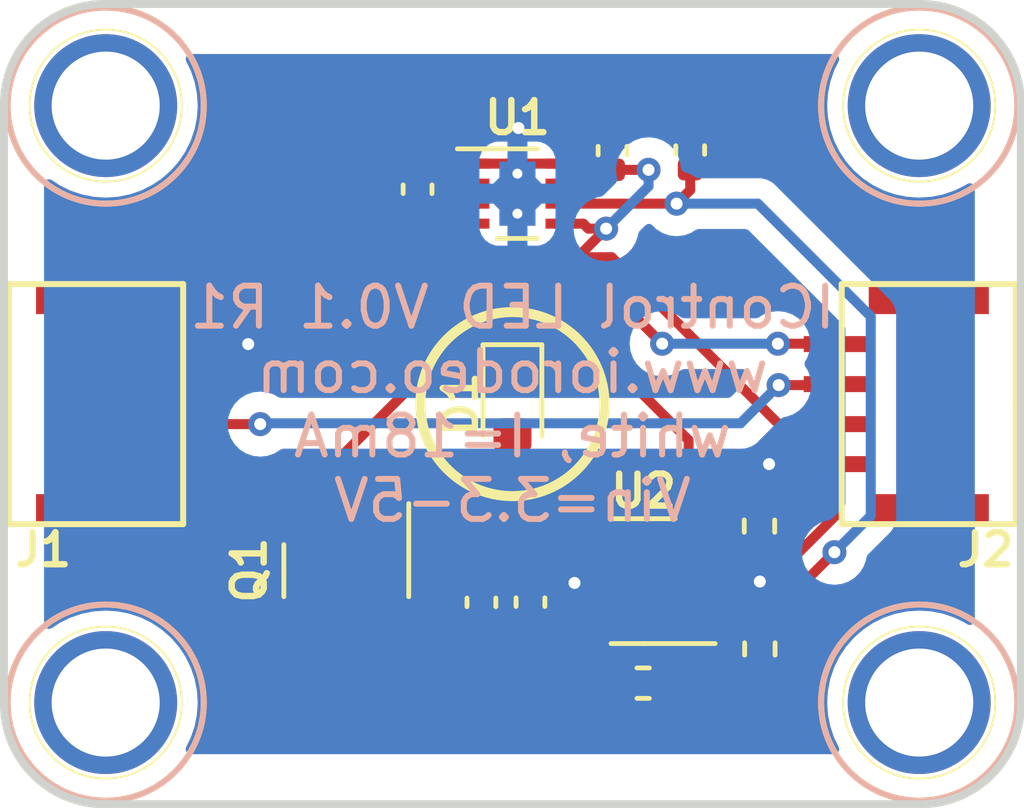
<source format=kicad_pcb>
(kicad_pcb (version 20221018) (generator pcbnew)
  (layers (0 "F.Cu" signal) (31 "B.Cu" signal) (34 "B.Paste" user) (35 "F.Paste" user) (36 "B.SilkS" user "B.Silkscreen") (37 "F.SilkS" user "F.Silkscreen") (38 "B.Mask" user) (39 "F.Mask" user) (44 "Edge.Cuts" user))
  (net 0 "")
  (net 1 "GND")
  (net 2 "/VIN")
  (net 3 "Net-(U1-C1+)")
  (net 4 "/SCL")
  (net 5 "/SDA")
  (net 6 "Net-(U1-C1-)")
  (net 7 "/5V")
  (net 8 "Net-(D1-K)")
  (net 9 "Net-(D1-A)")
  (net 10 "Net-(Q1-B)")
  (net 11 "/Vset")
  (footprint "custom_mount_hole:MountingHole_2.5mm_Pad" (layer "F.Cu") (at 52.54 52.54)
    (fp_text reference "M1" hide)
    (fp_text value "MountingHole_2.5mm_Pad" hide)
    (fp_circle (center 0 0) (end 2.45 0) (stroke (width 0.15)) (fill none) (layer "B.SilkS"))
    (fp_circle (center 0 0) (end 1.9 0) (stroke (width 0.05)) (fill none) (layer "F.SilkS"))
    (fp_circle (center 0 0) (end 2.45 0) (stroke (width 0.15)) (fill none) (layer "F.SilkS"))
    (pad "~" thru_hole circle (at 0 0) (size 3.57 3.57) (drill 2.7) (layers "*.Cu" "*.Mask"))
  )
  (footprint "custom_mount_hole:MountingHole_2.5mm_Pad" (layer "F.Cu") (at 72.86 52.54)
    (fp_text reference "M2" hide)
    (fp_text value "MountingHole_2.5mm_Pad" hide)
    (fp_circle (center 0 0) (end 2.45 0) (stroke (width 0.15)) (fill none) (layer "B.SilkS"))
    (fp_circle (center 0 0) (end 1.9 0) (stroke (width 0.05)) (fill none) (layer "F.SilkS"))
    (fp_circle (center 0 0) (end 2.45 0) (stroke (width 0.15)) (fill none) (layer "F.SilkS"))
    (pad "~" thru_hole circle (at 0 0) (size 3.57 3.57) (drill 2.7) (layers "*.Cu" "*.Mask"))
  )
  (footprint "custom_mount_hole:MountingHole_2.5mm_Pad" (layer "F.Cu") (at 72.86 67.46)
    (fp_text reference "M3" hide)
    (fp_text value "MountingHole_2.5mm_Pad" hide)
    (fp_circle (center 0 0) (end 2.45 0) (stroke (width 0.15)) (fill none) (layer "B.SilkS"))
    (fp_circle (center 0 0) (end 1.9 0) (stroke (width 0.05)) (fill none) (layer "F.SilkS"))
    (fp_circle (center 0 0) (end 2.45 0) (stroke (width 0.15)) (fill none) (layer "F.SilkS"))
    (pad "~" thru_hole circle (at 0 0) (size 3.57 3.57) (drill 2.7) (layers "*.Cu" "*.Mask"))
  )
  (footprint "custom_mount_hole:MountingHole_2.5mm_Pad" (layer "F.Cu") (at 52.54 67.46)
    (fp_text reference "M4" hide)
    (fp_text value "MountingHole_2.5mm_Pad" hide)
    (fp_circle (center 0 0) (end 2.45 0) (stroke (width 0.15)) (fill none) (layer "B.SilkS"))
    (fp_circle (center 0 0) (end 1.9 0) (stroke (width 0.05)) (fill none) (layer "F.SilkS"))
    (fp_circle (center 0 0) (end 2.45 0) (stroke (width 0.15)) (fill none) (layer "F.SilkS"))
    (pad "~" thru_hole circle (at 0 0) (size 3.57 3.57) (drill 2.7) (layers "*.Cu" "*.Mask"))
  )
  (footprint "LED_SMD:LED_0603_1608Metric" (layer "F.Cu") (at 62.7 60 -90)
    (fp_text reference "D1" (at 0 1.3 270) (layer "F.SilkS") (effects (font (size 0.8 0.8) (thickness 0.16))))
    (fp_text value "LED_ALT" hide)
    (fp_line (start -1.485 -0.735) (end -1.485 0.735) (stroke (width 0.12)) (layer "F.SilkS"))
    (fp_line (start -1.485 0.735) (end 0.8 0.735) (stroke (width 0.12)) (layer "F.SilkS"))
    (fp_line (start 0.8 -0.735) (end -1.485 -0.735) (stroke (width 0.12)) (layer "F.SilkS"))
    (pad "1" smd roundrect (at -0.7875 0 270) (size 0.875 0.95) (layers "F.Cu" "F.Paste" "F.Mask") (net 8 "Net-(D1-K)"))
    (pad "2" smd roundrect (at 0.7875 0 270) (size 0.875 0.95) (layers "F.Cu" "F.Paste" "F.Mask") (net 9 "Net-(D1-A)"))
  )
  (footprint "BOOMELE_SH_SMD:BOOMELE_SMD_SH_4PIN_RT" (layer "F.Cu") (at 52.78 60 90)
    (fp_text reference "J1" (at -3.64 -1.8 180) (layer "F.SilkS") (effects (font (size 0.8 0.8) (thickness 0.16))))
    (fp_text value "Conn_01x04" hide)
    (fp_line (start -3 1.695) (end -3 -2.655) (stroke (width 0.15)) (layer "F.SilkS"))
    (fp_line (start 0 -2.655) (end -3 -2.655) (stroke (width 0.15)) (layer "F.SilkS"))
    (fp_line (start 3 -2.655) (end 0 -2.655) (stroke (width 0.15)) (layer "F.SilkS"))
    (fp_line (start 3 -2.655) (end 3 1.695) (stroke (width 0.15)) (layer "F.SilkS"))
    (fp_line (start 3 1.695) (end -3 1.695) (stroke (width 0.15)) (layer "F.SilkS"))
    (pad "" smd rect (at -2.65 -0.48 270) (size 0.8 3) (layers "F.Cu" "F.Paste" "F.Mask"))
    (pad "" smd rect (at 2.65 -0.48 270) (size 0.8 3) (layers "F.Cu" "F.Paste" "F.Mask"))
    (pad "1" smd rect (at 1.5 1.845 270) (size 0.4 1.6) (layers "F.Cu" "F.Paste" "F.Mask") (net 1 "GND"))
    (pad "2" smd rect (at 0.5 1.845 270) (size 0.4 1.6) (layers "F.Cu" "F.Paste" "F.Mask") (net 2 "/VIN"))
    (pad "3" smd rect (at -0.5 1.845 270) (size 0.4 1.6) (layers "F.Cu" "F.Paste" "F.Mask") (net 5 "/SDA"))
    (pad "4" smd rect (at -1.5 1.845 270) (size 0.4 1.6) (layers "F.Cu" "F.Paste" "F.Mask") (net 4 "/SCL"))
  )
  (footprint "BOOMELE_SH_SMD:BOOMELE_SMD_SH_4PIN_RT" (layer "F.Cu") (at 72.62 60 -90)
    (fp_text reference "J2" (at 3.64 -1.9 180) (layer "F.SilkS") (effects (font (size 0.8 0.8) (thickness 0.16))))
    (fp_text value "Conn_01x04" hide)
    (fp_line (start -3 1.695) (end -3 -2.655) (stroke (width 0.15)) (layer "F.SilkS"))
    (fp_line (start 0 -2.655) (end -3 -2.655) (stroke (width 0.15)) (layer "F.SilkS"))
    (fp_line (start 3 -2.655) (end 0 -2.655) (stroke (width 0.15)) (layer "F.SilkS"))
    (fp_line (start 3 -2.655) (end 3 1.695) (stroke (width 0.15)) (layer "F.SilkS"))
    (fp_line (start 3 1.695) (end -3 1.695) (stroke (width 0.15)) (layer "F.SilkS"))
    (pad "" smd rect (at -2.65 -0.48 90) (size 0.8 3) (layers "F.Cu" "F.Paste" "F.Mask"))
    (pad "" smd rect (at 2.65 -0.48 90) (size 0.8 3) (layers "F.Cu" "F.Paste" "F.Mask"))
    (pad "1" smd rect (at 1.5 1.845 90) (size 0.4 1.6) (layers "F.Cu" "F.Paste" "F.Mask") (net 1 "GND"))
    (pad "2" smd rect (at 0.5 1.845 90) (size 0.4 1.6) (layers "F.Cu" "F.Paste" "F.Mask") (net 2 "/VIN"))
    (pad "3" smd rect (at -0.5 1.845 90) (size 0.4 1.6) (layers "F.Cu" "F.Paste" "F.Mask") (net 5 "/SDA"))
    (pad "4" smd rect (at -1.5 1.845 90) (size 0.4 1.6) (layers "F.Cu" "F.Paste" "F.Mask") (net 4 "/SCL"))
  )
  (footprint "Resistor_SMD:R_0402_1005Metric" (layer "F.Cu") (at 68.87 63.05 -90)
    (fp_text reference "R1" hide)
    (fp_text value "100" hide)
    (fp_line (start -0.153641 -0.38) (end 0.153641 -0.38) (stroke (width 0.12)) (layer "F.SilkS"))
    (fp_line (start -0.153641 0.38) (end 0.153641 0.38) (stroke (width 0.12)) (layer "F.SilkS"))
    (pad "1" smd roundrect (at -0.51 0 270) (size 0.54 0.64) (layers "F.Cu" "F.Paste" "F.Mask") (net 8 "Net-(D1-K)"))
    (pad "2" smd roundrect (at 0.51 0 270) (size 0.54 0.64) (layers "F.Cu" "F.Paste" "F.Mask") (net 1 "GND"))
  )
  (footprint "Package_TO_SOT_SMD:SOT-23-5" (layer "F.Cu") (at 65.9625 64.425 180)
    (fp_text reference "U2" (at -0.0125 2.25) (layer "F.SilkS") (effects (font (size 0.8 0.8) (thickness 0.16) bold)))
    (fp_text value "LMV321")
    (fp_line (start 0 -1.56) (end -1.8 -1.56) (stroke (width 0.12)) (layer "F.SilkS"))
    (fp_line (start 0 -1.56) (end 0.8 -1.56) (stroke (width 0.12)) (layer "F.SilkS"))
    (fp_line (start 0 1.56) (end -0.8 1.56) (stroke (width 0.12)) (layer "F.SilkS"))
    (fp_line (start 0 1.56) (end 0.8 1.56) (stroke (width 0.12)) (layer "F.SilkS"))
    (pad "1" smd roundrect (at -1.1375 -0.95 180) (size 1.325 0.6) (layers "F.Cu" "F.Paste" "F.Mask") (net 11 "/Vset"))
    (pad "2" smd roundrect (at -1.1375 0 180) (size 1.325 0.6) (layers "F.Cu" "F.Paste" "F.Mask") (net 1 "GND"))
    (pad "3" smd roundrect (at -1.1375 0.95 180) (size 1.325 0.6) (layers "F.Cu" "F.Paste" "F.Mask") (net 8 "Net-(D1-K)"))
    (pad "4" smd roundrect (at 1.1375 0.95 180) (size 1.325 0.6) (layers "F.Cu" "F.Paste" "F.Mask") (net 10 "Net-(Q1-B)"))
    (pad "5" smd roundrect (at 1.1375 -0.95 180) (size 1.325 0.6) (layers "F.Cu" "F.Paste" "F.Mask") (net 7 "/5V"))
  )
  (footprint "Capacitor_SMD:C_0402_1005Metric" (layer "F.Cu") (at 63.15 64.95 90)
    (fp_text reference "C4" hide)
    (fp_text value "0.1uF" hide)
    (fp_line (start -0.107836 -0.36) (end 0.107836 -0.36) (stroke (width 0.12)) (layer "F.SilkS"))
    (fp_line (start -0.107836 0.36) (end 0.107836 0.36) (stroke (width 0.12)) (layer "F.SilkS"))
    (pad "1" smd roundrect (at -0.48 0 90) (size 0.56 0.62) (layers "F.Cu" "F.Paste" "F.Mask") (net 7 "/5V"))
    (pad "2" smd roundrect (at 0.48 0 90) (size 0.56 0.62) (layers "F.Cu" "F.Paste" "F.Mask") (net 1 "GND"))
  )
  (footprint "Package_SON:WSON-8-1EP_2x2mm_P0.5mm_EP0.9x1.6mm_ThermalVias" (layer "F.Cu") (at 62.825 54.74)
    (fp_text reference "U1" (at 0 -1.9) (layer "F.SilkS") (effects (font (size 0.8 0.8) (thickness 0.16))))
    (fp_text value "LM2775DSG" hide)
    (fp_line (start -1.5 -1.12) (end 0.5 -1.12) (stroke (width 0.12)) (layer "F.SilkS"))
    (fp_line (start 0.5 1.12) (end -0.5 1.12) (stroke (width 0.12)) (layer "F.SilkS"))
    (pad "1" smd rect (at -0.95 -0.75) (size 0.5 0.25) (layers "F.Cu" "F.Paste" "F.Mask") (net 1 "GND"))
    (pad "2" smd rect (at -0.95 -0.25) (size 0.5 0.25) (layers "F.Cu" "F.Paste" "F.Mask") (net 6 "Net-(U1-C1-)"))
    (pad "3" smd rect (at -0.95 0.25) (size 0.5 0.25) (layers "F.Cu" "F.Paste" "F.Mask") (net 3 "Net-(U1-C1+)"))
    (pad "4" smd rect (at -0.95 0.75) (size 0.5 0.25) (layers "F.Cu" "F.Paste" "F.Mask") (net 2 "/VIN"))
    (pad "5" smd rect (at 0.95 0.75) (size 0.5 0.25) (layers "F.Cu" "F.Paste" "F.Mask") (net 2 "/VIN"))
    (pad "6" smd rect (at 0.95 0.25) (size 0.5 0.25) (layers "F.Cu" "F.Paste" "F.Mask") (net 7 "/5V"))
    (pad "7" smd rect (at 0.95 -0.25) (size 0.5 0.25) (layers "F.Cu" "F.Paste" "F.Mask") (net 2 "/VIN"))
    (pad "8" smd rect (at 0.95 -0.75) (size 0.5 0.25) (layers "F.Cu" "F.Paste" "F.Mask") (net 1 "GND"))
    (pad "9" thru_hole circle (at 0 -0.5) (size 0.6 0.6) (drill 0.25) (layers "*.Cu") (net 1 "GND"))
    (pad "9" smd rect (at 0 0) (size 0.9 1.6) (layers "F.Cu" "F.Mask") (net 1 "GND"))
    (pad "9" smd rect (at 0 0) (size 0.9 1.6) (layers "B.Cu") (net 1 "GND"))
    (pad "9" thru_hole circle (at 0 0.5) (size 0.6 0.6) (drill 0.25) (layers "*.Cu") (net 1 "GND"))
  )
  (footprint "Capacitor_SMD:C_0402_1005Metric" (layer "F.Cu") (at 67.14 53.65 90)
    (fp_text reference "C3" hide)
    (fp_text value "10uF" hide)
    (fp_line (start -0.107836 -0.36) (end 0.107836 -0.36) (stroke (width 0.12)) (layer "F.SilkS"))
    (fp_line (start -0.107836 0.36) (end 0.107836 0.36) (stroke (width 0.12)) (layer "F.SilkS"))
    (pad "1" smd roundrect (at -0.48 0 90) (size 0.56 0.62) (layers "F.Cu" "F.Paste" "F.Mask") (net 7 "/5V"))
    (pad "2" smd roundrect (at 0.48 0 90) (size 0.56 0.62) (layers "F.Cu" "F.Paste" "F.Mask") (net 1 "GND"))
  )
  (footprint "Resistor_SMD:R_0402_1005Metric" (layer "F.Cu") (at 68.88 66.12 90)
    (fp_text reference "R3" hide)
    (fp_text value "10k" hide)
    (fp_line (start -0.153641 -0.38) (end 0.153641 -0.38) (stroke (width 0.12)) (layer "F.SilkS"))
    (fp_line (start -0.153641 0.38) (end 0.153641 0.38) (stroke (width 0.12)) (layer "F.SilkS"))
    (pad "1" smd roundrect (at -0.51 0 90) (size 0.54 0.64) (layers "F.Cu" "F.Paste" "F.Mask") (net 11 "/Vset"))
    (pad "2" smd roundrect (at 0.51 0 90) (size 0.54 0.64) (layers "F.Cu" "F.Paste" "F.Mask") (net 1 "GND"))
  )
  (footprint "Resistor_SMD:R_0402_1005Metric" (layer "F.Cu") (at 65.965 66.975)
    (fp_text reference "R2" hide)
    (fp_text value "15k" hide)
    (fp_line (start -0.153641 -0.38) (end 0.153641 -0.38) (stroke (width 0.12)) (layer "F.SilkS"))
    (fp_line (start -0.153641 0.38) (end 0.153641 0.38) (stroke (width 0.12)) (layer "F.SilkS"))
    (pad "1" smd roundrect (at -0.51 0) (size 0.54 0.64) (layers "F.Cu" "F.Paste" "F.Mask") (net 7 "/5V"))
    (pad "2" smd roundrect (at 0.51 0) (size 0.54 0.64) (layers "F.Cu" "F.Paste" "F.Mask") (net 11 "/Vset"))
  )
  (footprint "Capacitor_SMD:C_0402_1005Metric" (layer "F.Cu") (at 65.2 53.665 -90)
    (fp_text reference "C1" hide)
    (fp_text value "10uF" hide)
    (fp_line (start -0.107836 -0.36) (end 0.107836 -0.36) (stroke (width 0.12)) (layer "F.SilkS"))
    (fp_line (start -0.107836 0.36) (end 0.107836 0.36) (stroke (width 0.12)) (layer "F.SilkS"))
    (pad "1" smd roundrect (at -0.48 0 270) (size 0.56 0.62) (layers "F.Cu" "F.Paste" "F.Mask") (net 1 "GND"))
    (pad "2" smd roundrect (at 0.48 0 270) (size 0.56 0.62) (layers "F.Cu" "F.Paste" "F.Mask") (net 2 "/VIN"))
  )
  (footprint "Capacitor_SMD:C_0402_1005Metric" (layer "F.Cu") (at 61.925 64.955 90)
    (fp_text reference "C5" hide)
    (fp_text value "10uF" hide)
    (fp_line (start -0.107836 -0.36) (end 0.107836 -0.36) (stroke (width 0.12)) (layer "F.SilkS"))
    (fp_line (start -0.107836 0.36) (end 0.107836 0.36) (stroke (width 0.12)) (layer "F.SilkS"))
    (pad "1" smd roundrect (at -0.48 0 90) (size 0.56 0.62) (layers "F.Cu" "F.Paste" "F.Mask") (net 7 "/5V"))
    (pad "2" smd roundrect (at 0.48 0 90) (size 0.56 0.62) (layers "F.Cu" "F.Paste" "F.Mask") (net 1 "GND"))
  )
  (footprint "Package_TO_SOT_SMD:SOT-23" (layer "F.Cu") (at 58.55 64.1625 -90)
    (fp_text reference "Q1" (at -0.0125 2.425 90) (layer "F.SilkS") (effects (font (size 0.8 0.8) (thickness 0.16) bold)))
    (fp_text value "MMBT5551L" hide)
    (fp_line (start 0 -1.56) (end -1.675 -1.56) (stroke (width 0.12)) (layer "F.SilkS"))
    (fp_line (start 0 -1.56) (end 0.65 -1.56) (stroke (width 0.12)) (layer "F.SilkS"))
    (fp_line (start 0 1.56) (end -0.65 1.56) (stroke (width 0.12)) (layer "F.SilkS"))
    (fp_line (start 0 1.56) (end 0.65 1.56) (stroke (width 0.12)) (layer "F.SilkS"))
    (pad "1" smd roundrect (at -0.9375 -0.95 270) (size 1.475 0.6) (layers "F.Cu" "F.Paste" "F.Mask") (net 10 "Net-(Q1-B)"))
    (pad "2" smd roundrect (at -0.9375 0.95 270) (size 1.475 0.6) (layers "F.Cu" "F.Paste" "F.Mask") (net 9 "Net-(D1-A)"))
    (pad "3" smd roundrect (at 0.9375 0 270) (size 1.475 0.6) (layers "F.Cu" "F.Paste" "F.Mask") (net 7 "/5V"))
  )
  (footprint "Capacitor_SMD:C_0402_1005Metric" (layer "F.Cu") (at 60.33 54.63 90)
    (fp_text reference "C2" hide)
    (fp_text value "1uF" hide)
    (fp_line (start -0.107836 -0.36) (end 0.107836 -0.36) (stroke (width 0.12)) (layer "F.SilkS"))
    (fp_line (start -0.107836 0.36) (end 0.107836 0.36) (stroke (width 0.12)) (layer "F.SilkS"))
    (pad "1" smd roundrect (at -0.48 0 90) (size 0.56 0.62) (layers "F.Cu" "F.Paste" "F.Mask") (net 3 "Net-(U1-C1+)"))
    (pad "2" smd roundrect (at 0.48 0 90) (size 0.56 0.62) (layers "F.Cu" "F.Paste" "F.Mask") (net 6 "Net-(U1-C1-)"))
  )
  (gr_circle (center 62.7 60) (end 65 60) (stroke (width 0.25)) (fill none) (layer "F.SilkS"))
  (gr_arc (start 72.9 50) (mid 74.667767 50.732233) (end 75.4 52.5) (stroke (width 0.2)) (layer "Edge.Cuts"))
  (gr_arc (start 52.5 70) (mid 50.732233 69.267767) (end 50 67.5) (stroke (width 0.2)) (layer "Edge.Cuts"))
  (gr_line (start 52.5 50) (end 72.9 50) (stroke (width 0.2)) (layer "Edge.Cuts"))
  (gr_arc (start 50 52.5) (mid 50.732233 50.732233) (end 52.5 50) (stroke (width 0.2)) (layer "Edge.Cuts"))
  (gr_arc (start 75.4 67.5) (mid 74.667767 69.267767) (end 72.9 70) (stroke (width 0.2)) (layer "Edge.Cuts"))
  (gr_line (start 50 52.5) (end 50 67.5) (stroke (width 0.2)) (layer "Edge.Cuts"))
  (gr_line (start 52.5 70) (end 72.9 70) (stroke (width 0.2)) (layer "Edge.Cuts"))
  (gr_line (start 75.4 52.5) (end 75.4 67.5) (stroke (width 0.2)) (layer "Edge.Cuts"))
  (gr_text "IControl LED V0.1 R1\nwww.iorodeo.com\nwhite, I=18mA\nVin=3.3-5V" (at 62.7 60) (layer "B.SilkS") (effects (font (size 1 1)) (justify mirror)))
  (segment (start 68.88 65.61) (end 68.88 64.435) (width 0.25) (layer "F.Cu") (net 1))
  (segment (start 69.135 64.425) (end 70.775 62.785) (width 0.25) (layer "F.Cu") (net 1))
  (segment (start 62.825 53.125) (end 62.85 53.1) (width 0.25) (layer "F.Cu") (net 1))
  (segment (start 64.765 53.185) (end 65.2 53.185) (width 0.25) (layer "F.Cu") (net 1))
  (segment (start 63.775 53.99) (end 63.96 53.99) (width 0.25) (layer "F.Cu") (net 1))
  (segment (start 62.825 54.24) (end 63.075 53.99) (width 0.25) (layer "F.Cu") (net 1))
  (segment (start 65.2 53.185) (end 67.125 53.185) (width 0.25) (layer "F.Cu") (net 1))
  (segment (start 68.425 64.425) (end 68.89 64.425) (width 0.25) (layer "F.Cu") (net 1))
  (segment (start 68.87 64.405) (end 68.89 64.425) (width 0.25) (layer "F.Cu") (net 1))
  (segment (start 63.15 64.47) (end 61.93 64.47) (width 0.25) (layer "F.Cu") (net 1))
  (segment (start 63.15 64.47) (end 64.25 64.47) (width 0.25) (layer "F.Cu") (net 1))
  (segment (start 62.575 53.99) (end 62.825 54.24) (width 0.25) (layer "F.Cu") (net 1))
  (segment (start 63.075 53.99) (end 63.775 53.99) (width 0.25) (layer "F.Cu") (net 1))
  (segment (start 67.1 64.425) (end 68.425 64.425) (width 0.25) (layer "F.Cu") (net 1))
  (segment (start 68.89 64.425) (end 69.135 64.425) (width 0.25) (layer "F.Cu") (net 1))
  (segment (start 70.775 62.785) (end 70.775 61.5) (width 0.25) (layer "F.Cu") (net 1))
  (segment (start 67.055 64.47) (end 67.1 64.425) (width 0.25) (layer "F.Cu") (net 1))
  (segment (start 62.825 54.24) (end 62.825 53.125) (width 0.25) (layer "F.Cu") (net 1))
  (segment (start 63.96 53.99) (end 64.765 53.185) (width 0.25) (layer "F.Cu") (net 1))
  (segment (start 68.88 64.435) (end 68.89 64.425) (width 0.25) (layer "F.Cu") (net 1))
  (segment (start 68.87 63.56) (end 68.87 64.405) (width 0.25) (layer "F.Cu") (net 1))
  (segment (start 64.25 64.47) (end 67.055 64.47) (width 0.25) (layer "F.Cu") (net 1))
  (segment (start 69.11 61.5) (end 70.775 61.5) (width 0.25) (layer "F.Cu") (net 1))
  (segment (start 67.125 53.185) (end 67.14 53.17) (width 0.25) (layer "F.Cu") (net 1))
  (segment (start 54.625 58.5) (end 55.95 58.5) (width 0.25) (layer "F.Cu") (net 1))
  (segment (start 61.875 53.99) (end 62.575 53.99) (width 0.25) (layer "F.Cu") (net 1))
  (segment (start 61.93 64.47) (end 61.925 64.475) (width 0.25) (layer "F.Cu") (net 1))
  (via (at 68.88 64.435) (size 0.6) (drill 0.3) (layers "F.Cu" "B.Cu") (net 1))
  (via (at 62.85 53.1) (size 0.6) (drill 0.3) (layers "F.Cu" "B.Cu") (net 1))
  (via (at 69.11 61.5) (size 0.6) (drill 0.3) (layers "F.Cu" "B.Cu") (net 1))
  (via (at 56.1 58.5) (size 0.6) (drill 0.3) (layers "F.Cu" "B.Cu") (net 1))
  (via (at 64.25 64.47) (size 0.6) (drill 0.3) (layers "F.Cu" "B.Cu") (net 1))
  (segment (start 54.625 59.5) (end 57.275 59.5) (width 0.25) (layer "F.Cu") (net 2))
  (segment (start 65.04 55.6145) (end 64.5945 55.6145) (width 0.25) (layer "F.Cu") (net 2))
  (segment (start 61.285 55.49) (end 61.875 55.49) (width 0.25) (layer "F.Cu") (net 2))
  (segment (start 69.35 60.5) (end 65.1775 56.3275) (width 0.25) (layer "F.Cu") (net 2))
  (segment (start 65.1775 56.3275) (end 64.19 56.3275) (width 0.25) (layer "F.Cu") (net 2))
  (segment (start 65.04 55.6145) (end 64.327 56.3275) (width 0.25) (layer "F.Cu") (net 2))
  (segment (start 64.19 56.3275) (end 60.4475 56.3275) (width 0.25) (layer "F.Cu") (net 2))
  (segment (start 70.775 60.5) (end 69.35 60.5) (width 0.25) (layer "F.Cu") (net 2))
  (segment (start 64.655 54.145) (end 65.2 54.145) (width 0.25) (layer "F.Cu") (net 2))
  (segment (start 57.275 59.5) (end 60.4475 56.3275) (width 0.25) (layer "F.Cu") (net 2))
  (segment (start 64.5945 55.6145) (end 64.47 55.49) (width 0.25) (layer "F.Cu") (net 2))
  (segment (start 64.31 54.49) (end 64.655 54.145) (width 0.25) (layer "F.Cu") (net 2))
  (segment (start 60.4475 56.3275) (end 61.285 55.49) (width 0.25) (layer "F.Cu") (net 2))
  (segment (start 63.775 54.49) (end 64.31 54.49) (width 0.25) (layer "F.Cu") (net 2))
  (segment (start 64.47 55.49) (end 63.775 55.49) (width 0.25) (layer "F.Cu") (net 2))
  (segment (start 64.327 56.3275) (end 64.19 56.3275) (width 0.25) (layer "F.Cu") (net 2))
  (segment (start 66.1 54.145) (end 65.2 54.145) (width 0.25) (layer "F.Cu") (net 2))
  (via (at 65.04 55.6145) (size 0.6) (drill 0.3) (layers "F.Cu" "B.Cu") (net 2))
  (via (at 66.1 54.145) (size 0.6) (drill 0.3) (layers "F.Cu" "B.Cu") (net 2))
  (segment (start 66.1 54.5545) (end 66.1 54.145) (width 0.25) (layer "B.Cu") (net 2))
  (segment (start 65.04 55.6145) (end 66.1 54.5545) (width 0.25) (layer "B.Cu") (net 2))
  (segment (start 60.33 55.11) (end 60.93 55.11) (width 0.25) (layer "F.Cu") (net 3))
  (segment (start 61.05 54.99) (end 61.875 54.99) (width 0.25) (layer "F.Cu") (net 3))
  (segment (start 60.93 55.11) (end 61.05 54.99) (width 0.25) (layer "F.Cu") (net 3))
  (segment (start 65.84 57.89) (end 61.84 57.89) (width 0.25) (layer "F.Cu") (net 4))
  (segment (start 58.23 61.5) (end 54.625 61.5) (width 0.25) (layer "F.Cu") (net 4))
  (segment (start 69.33 58.49) (end 70.765 58.49) (width 0.25) (layer "F.Cu") (net 4))
  (segment (start 66.44 58.49) (end 65.84 57.89) (width 0.25) (layer "F.Cu") (net 4))
  (segment (start 61.84 57.89) (end 58.23 61.5) (width 0.25) (layer "F.Cu") (net 4))
  (via (at 69.33 58.49) (size 0.6) (drill 0.3) (layers "F.Cu" "B.Cu") (net 4))
  (via (at 66.44 58.49) (size 0.6) (drill 0.3) (layers "F.Cu" "B.Cu") (net 4))
  (segment (start 66.44 58.49) (end 69.33 58.49) (width 0.25) (layer "B.Cu") (net 4))
  (segment (start 69.35 59.525) (end 70.75 59.525) (width 0.25) (layer "F.Cu") (net 5))
  (segment (start 56.4 60.5) (end 54.625 60.5) (width 0.25) (layer "F.Cu") (net 5))
  (segment (start 70.75 59.525) (end 70.775 59.5) (width 0.25) (layer "F.Cu") (net 5))
  (via (at 56.4 60.5) (size 0.6) (drill 0.3) (layers "F.Cu" "B.Cu") (net 5))
  (via (at 69.35 59.525) (size 0.6) (drill 0.3) (layers "F.Cu" "B.Cu") (net 5))
  (segment (start 56.42 60.48) (end 68.395 60.48) (width 0.25) (layer "B.Cu") (net 5))
  (segment (start 56.4 60.5) (end 56.42 60.48) (width 0.25) (layer "B.Cu") (net 5))
  (segment (start 68.395 60.48) (end 69.35 59.525) (width 0.25) (layer "B.Cu") (net 5))
  (segment (start 60.72 54.15) (end 61.06 54.49) (width 0.25) (layer "F.Cu") (net 6))
  (segment (start 60.33 54.15) (end 60.72 54.15) (width 0.25) (layer "F.Cu") (net 6))
  (segment (start 61.06 54.49) (end 61.875 54.49) (width 0.25) (layer "F.Cu") (net 6))
  (segment (start 64.825 65.375) (end 64.825 65.575) (width 0.25) (layer "F.Cu") (net 7))
  (segment (start 63.145 65.435) (end 63.15 65.43) (width 0.25) (layer "F.Cu") (net 7))
  (segment (start 67.14 54.65) (end 67.14 54.13) (width 0.25) (layer "F.Cu") (net 7))
  (segment (start 58.55 65.1) (end 58.885 65.435) (width 0.25) (layer "F.Cu") (net 7))
  (segment (start 63.85 65.43) (end 64.77 65.43) (width 0.25) (layer "F.Cu") (net 7))
  (segment (start 63.15 65.43) (end 63.85 65.43) (width 0.25) (layer "F.Cu") (net 7))
  (segment (start 58.885 65.435) (end 61.925 65.435) (width 0.25) (layer "F.Cu") (net 7))
  (segment (start 65.455 66.205) (end 65.455 66.975) (width 0.25) (layer "F.Cu") (net 7))
  (segment (start 63.775 54.99) (end 66.8 54.99) (width 0.25) (layer "F.Cu") (net 7))
  (segment (start 66.01 68) (end 65.455 67.445) (width 0.25) (layer "F.Cu") (net 7))
  (segment (start 69.85 67.2) (end 69.05 68) (width 0.25) (layer "F.Cu") (net 7))
  (segment (start 65.455 67.445) (end 65.455 66.975) (width 0.25) (layer "F.Cu") (net 7))
  (segment (start 64.825 65.575) (end 65.455 66.205) (width 0.25) (layer "F.Cu") (net 7))
  (segment (start 66.8 54.99) (end 67.14 54.65) (width 0.25) (layer "F.Cu") (net 7))
  (segment (start 70.741589 63.701589) (end 69.85 64.593178) (width 0.25) (layer "F.Cu") (net 7))
  (segment (start 61.925 65.435) (end 63.145 65.435) (width 0.25) (layer "F.Cu") (net 7))
  (segment (start 69.05 68) (end 66.01 68) (width 0.25) (layer "F.Cu") (net 7))
  (segment (start 69.85 64.593178) (end 69.85 67.2) (width 0.25) (layer "F.Cu") (net 7))
  (segment (start 64.77 65.43) (end 64.825 65.375) (width 0.25) (layer "F.Cu") (net 7))
  (via (at 70.741589 63.701589) (size 0.6) (drill 0.3) (layers "F.Cu" "B.Cu") (net 7))
  (via (at 66.8 54.99) (size 0.6) (drill 0.3) (layers "F.Cu" "B.Cu") (net 7))
  (segment (start 68.83 54.99) (end 66.8 54.99) (width 0.25) (layer "B.Cu") (net 7))
  (segment (start 71.65 57.81) (end 68.83 54.99) (width 0.25) (layer "B.Cu") (net 7))
  (segment (start 70.741589 63.701589) (end 71.65 62.793178) (width 0.25) (layer "B.Cu") (net 7))
  (segment (start 71.65 62.793178) (end 71.65 57.81) (width 0.25) (layer "B.Cu") (net 7))
  (segment (start 68.45 62.54) (end 68.87 62.54) (width 0.25) (layer "F.Cu") (net 8))
  (segment (start 65.4125 59.2125) (end 67.1 60.9) (width 0.25) (layer "F.Cu") (net 8))
  (segment (start 67.1 60.9) (end 67.1 63.475) (width 0.25) (layer "F.Cu") (net 8))
  (segment (start 62.7 59.2125) (end 65.4125 59.2125) (width 0.25) (layer "F.Cu") (net 8))
  (segment (start 67.515 63.475) (end 68.45 62.54) (width 0.25) (layer "F.Cu") (net 8))
  (segment (start 67.1 63.475) (end 67.515 63.475) (width 0.25) (layer "F.Cu") (net 8))
  (segment (start 62.08 61.99) (end 57.92 61.99) (width 0.25) (layer "F.Cu") (net 9))
  (segment (start 57.6 62.31) (end 57.6 63.225) (width 0.25) (layer "F.Cu") (net 9))
  (segment (start 57.92 61.99) (end 57.6 62.31) (width 0.25) (layer "F.Cu") (net 9))
  (segment (start 62.7 60.7875) (end 62.7 61.37) (width 0.25) (layer "F.Cu") (net 9))
  (segment (start 62.7 61.37) (end 62.08 61.99) (width 0.25) (layer "F.Cu") (net 9))
  (segment (start 64.825 63.475) (end 62.555 63.475) (width 0.25) (layer "F.Cu") (net 10))
  (segment (start 59.545 63.18) (end 59.5 63.225) (width 0.25) (layer "F.Cu") (net 10))
  (segment (start 62.26 63.18) (end 59.545 63.18) (width 0.25) (layer "F.Cu") (net 10))
  (segment (start 62.555 63.475) (end 62.26 63.18) (width 0.25) (layer "F.Cu") (net 10))
  (segment (start 67.1 66.84) (end 66.965 66.975) (width 0.25) (layer "F.Cu") (net 11))
  (segment (start 67.1 65.375) (end 67.1 66.69) (width 0.25) (layer "F.Cu") (net 11))
  (segment (start 67.1 66.69) (end 67.1 66.84) (width 0.25) (layer "F.Cu") (net 11))
  (segment (start 68.82 66.69) (end 68.88 66.63) (width 0.25) (layer "F.Cu") (net 11))
  (segment (start 66.965 66.975) (end 66.475 66.975) (width 0.25) (layer "F.Cu") (net 11))
  (segment (start 67.1 66.69) (end 68.82 66.69) (width 0.25) (layer "F.Cu") (net 11))
  (zone (net 1) (net_name "GND") (layer "B.Cu") (connect_pads (clearance 0.508)) (min_thickness 0.25) (fill yes (thermal_gap 0.5) (thermal_bridge_width 0.5))
    (polygon (pts (xy 74.25 51.25) (xy 74.25 68.75) (xy 51 68.75) (xy 51 51.25)))
  )
)
</source>
